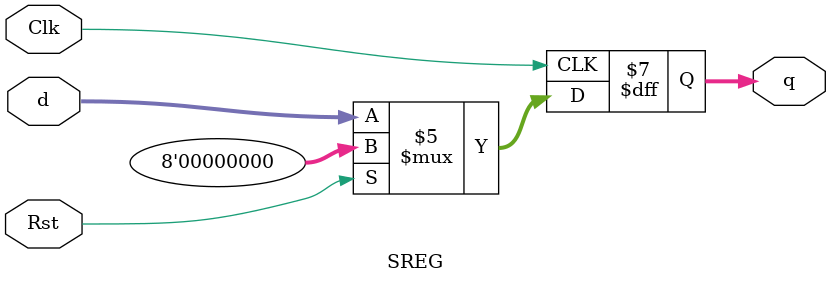
<source format=v>
`timescale 1ns / 1ps


module REG(d, Clk, Rst, q);
    parameter DATAWIDTH = 8;
    input [DATAWIDTH - 1 : 0] d;
    input Clk, Rst;
    output reg [DATAWIDTH - 1 : 0] q;
        
    initial begin
        q <= 0;
    end
    
    always @(posedge Clk) begin
        if (Rst == 1'b1) begin
            q <= {DATAWIDTH{1'b0}};
        end
        else begin
            q <= d;
        end
    end   

endmodule


module SREG(d, Clk, Rst, q);
    parameter DATAWIDTH = 8;
    input signed [DATAWIDTH - 1 : 0] d;
    input Clk, Rst;
    output reg signed [DATAWIDTH - 1 : 0] q;
        
    initial begin
        q <= 0;
    end
    
    always @(posedge Clk) begin
        if (Rst == 1'b1) begin
            q <= {DATAWIDTH{1'b0}};
        end
        else begin
            q <= d;
        end
    end   

endmodule
</source>
